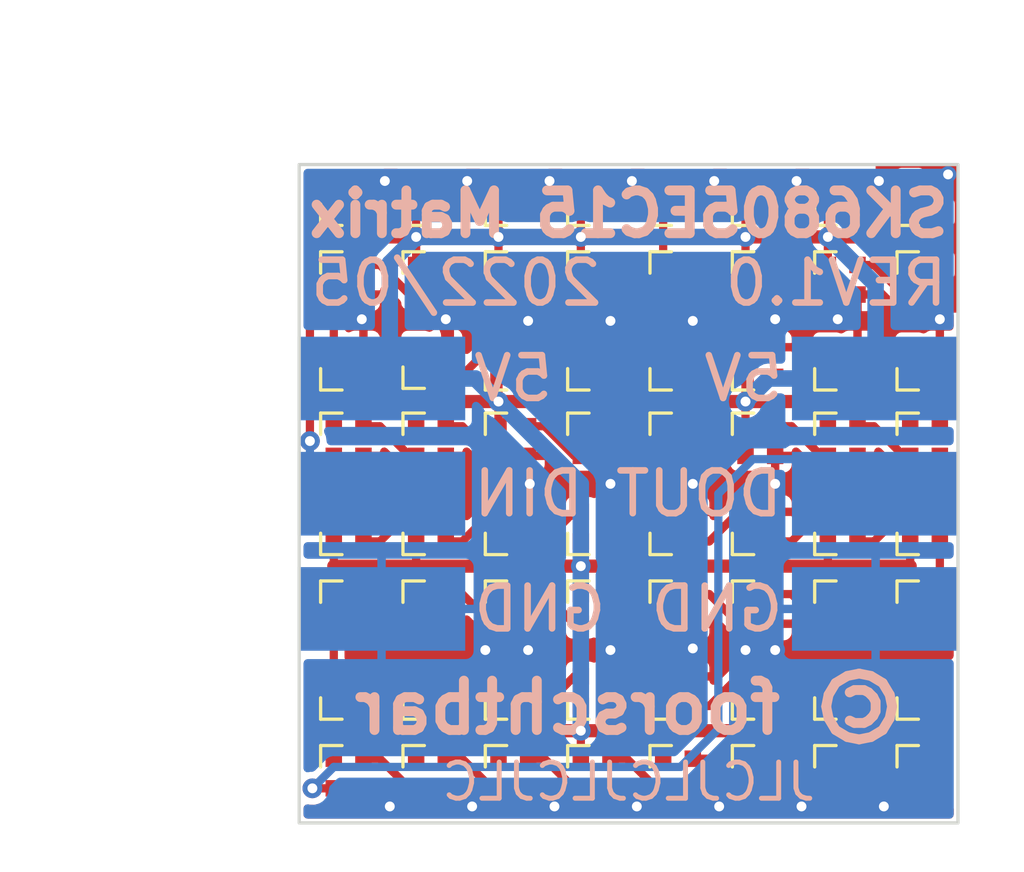
<source format=kicad_pcb>
(kicad_pcb (version 20211014) (generator pcbnew)
  (layers (0 "F.Cu" signal) (31 "B.Cu" signal) (34 "B.Paste" user) (35 "F.Paste" user) (36 "B.SilkS" user "B.Silkscreen") (37 "F.SilkS" user "F.Silkscreen") (38 "B.Mask" user) (39 "F.Mask" user) (44 "Edge.Cuts" user))
  (net 0 "")
  (net 1 "Net-(D1-Pad1)")
  (net 2 "GND")
  (net 3 "DIN")
  (net 4 "+5V")
  (net 5 "Net-(D2-Pad1)")
  (net 6 "Net-(D3-Pad1)")
  (net 7 "Net-(D4-Pad1)")
  (net 8 "Net-(D5-Pad1)")
  (net 9 "Net-(D6-Pad1)")
  (net 10 "Net-(D7-Pad1)")
  (net 11 "Net-(D8-Pad1)")
  (net 12 "Net-(D10-Pad3)")
  (net 13 "Net-(D10-Pad1)")
  (net 14 "Net-(D11-Pad1)")
  (net 15 "Net-(D12-Pad1)")
  (net 16 "Net-(D13-Pad1)")
  (net 17 "Net-(D14-Pad1)")
  (net 18 "Net-(D15-Pad1)")
  (net 19 "Net-(D16-Pad1)")
  (net 20 "Net-(D17-Pad1)")
  (net 21 "Net-(D18-Pad1)")
  (net 22 "Net-(D19-Pad1)")
  (net 23 "Net-(D20-Pad1)")
  (net 24 "Net-(D21-Pad1)")
  (net 25 "Net-(D22-Pad1)")
  (net 26 "Net-(D23-Pad1)")
  (net 27 "Net-(D24-Pad1)")
  (net 28 "Net-(D25-Pad1)")
  (net 29 "Net-(D26-Pad1)")
  (net 30 "Net-(D27-Pad1)")
  (net 31 "Net-(D28-Pad1)")
  (net 32 "Net-(D29-Pad1)")
  (net 33 "Net-(D30-Pad1)")
  (net 34 "Net-(D31-Pad1)")
  (net 35 "Net-(D32-Pad1)")
  (net 36 "Net-(D33-Pad1)")
  (net 37 "Net-(D34-Pad1)")
  (net 38 "Net-(D35-Pad1)")
  (net 39 "Net-(D36-Pad1)")
  (net 40 "Net-(D37-Pad1)")
  (net 41 "Net-(D38-Pad1)")
  (net 42 "Net-(D39-Pad1)")
  (net 43 "Net-(D40-Pad1)")
  (net 44 "Net-(D41-Pad1)")
  (net 45 "Net-(D42-Pad1)")
  (net 46 "Net-(D43-Pad1)")
  (net 47 "Net-(D44-Pad1)")
  (net 48 "Net-(D45-Pad1)")
  (net 49 "Net-(D46-Pad1)")
  (net 50 "Net-(D47-Pad1)")
  (net 51 "Net-(D48-Pad1)")
  (net 52 "Net-(D49-Pad1)")
  (net 53 "Net-(D50-Pad1)")
  (net 54 "Net-(D51-Pad1)")
  (net 55 "Net-(D52-Pad1)")
  (net 56 "Net-(D53-Pad1)")
  (net 57 "Net-(D54-Pad1)")
  (net 58 "Net-(D55-Pad1)")
  (net 59 "Net-(D56-Pad1)")
  (net 60 "Net-(D57-Pad1)")
  (net 61 "Net-(D58-Pad1)")
  (net 62 "Net-(D59-Pad1)")
  (net 63 "Net-(D60-Pad1)")
  (net 64 "Net-(D61-Pad1)")
  (net 65 "Net-(D62-Pad1)")
  (net 66 "Net-(D63-Pad1)")
  (net 67 "DOUT")
  (footprint "LED_SMD:LED_SK6812_EC15_1.5x1.5mm" (layer "F.Cu") (at 144 107.5 90)
    (fp_text reference "D59")
    (fp_text value "SK6805")
  )
  (footprint "LED_SMD:LED_SK6812_EC15_1.5x1.5mm" (layer "F.Cu") (at 144 105 180)
    (fp_text reference "D54")
    (fp_text value "SK6805")
  )
  (footprint "LED_SMD:LED_SK6812_EC15_1.5x1.5mm" (layer "F.Cu") (at 134 92.5 90)
    (fp_text reference "D15")
    (fp_text value "SK6805")
  )
  (footprint "" (layer "F.Cu") (at 132.5 99)
    (fp_text reference "")
    (fp_text value "")
  )
  (footprint "LED_SMD:LED_SK6812_EC15_1.5x1.5mm" (layer "F.Cu") (at 136.5 90 180)
    (fp_text reference "D3")
    (fp_text value "SK6805")
  )
  (footprint "LED_SMD:LED_SK6812_EC15_1.5x1.5mm" (layer "F.Cu") (at 134 102.5 90)
    (fp_text reference "D47")
    (fp_text value "SK6805")
  )
  (footprint "LED_SMD:LED_SK6812_EC15_1.5x1.5mm" (layer "F.Cu") (at 146.5 95 180)
    (fp_text reference "D23")
    (fp_text value "SK6805")
  )
  (footprint "" (layer "F.Cu") (at 147.5 95.5)
    (fp_text reference "")
    (fp_text value "")
  )
  (footprint "LED_SMD:LED_SK6812_EC15_1.5x1.5mm" (layer "F.Cu") (at 146.5 97.4 90)
    (fp_text reference "D26")
    (fp_text value "SK6805")
  )
  (footprint "LED_SMD:LED_SK6812_EC15_1.5x1.5mm" (layer "F.Cu") (at 149 105 180)
    (fp_text reference "D56")
    (fp_text value "SK6805")
  )
  (footprint "LED_SMD:LED_SK6812_EC15_1.5x1.5mm" (layer "F.Cu") (at 146.5 105 180)
    (fp_text reference "D55")
    (fp_text value "SK6805")
  )
  (footprint "LED_SMD:LED_SK6812_EC15_1.5x1.5mm" (layer "F.Cu") (at 139 102.5 90)
    (fp_text reference "D45")
    (fp_text value "SK6805")
  )
  (footprint "LED_SMD:LED_SK6812_EC15_1.5x1.5mm" (layer "F.Cu") (at 131.5 97.4 90)
    (fp_text reference "D32")
    (fp_text value "SK6805")
  )
  (footprint "LED_SMD:LED_SK6812_EC15_1.5x1.5mm" (layer "F.Cu") (at 136.5 100 180)
    (fp_text reference "D35")
    (fp_text value "SK6805")
  )
  (footprint "LED_SMD:LED_SK6812_EC15_1.5x1.5mm" (layer "F.Cu") (at 141.5 102.5 90)
    (fp_text reference "D44")
    (fp_text value "SK6805")
  )
  (footprint "LED_SMD:LED_SK6812_EC15_1.5x1.5mm" (layer "F.Cu") (at 131.5 90 180)
    (fp_text reference "D1")
    (fp_text value "SK6805")
  )
  (footprint "LED_SMD:LED_SK6812_EC15_1.5x1.5mm" (layer "F.Cu") (at 139 95 180)
    (fp_text reference "D20")
    (fp_text value "SK6805")
  )
  (footprint "LED_SMD:LED_SK6812_EC15_1.5x1.5mm" (layer "F.Cu") (at 146.5 107.5 90)
    (fp_text reference "D58")
    (fp_text value "SK6805")
  )
  (footprint "LED_SMD:LED_SK6812_EC15_1.5x1.5mm" (layer "F.Cu") (at 134 107.5 90)
    (fp_text reference "D63")
    (fp_text value "SK6805")
  )
  (footprint "easyeda:PADPAD" (layer "F.Cu") (at 132.5 94.23)
    (fp_text reference "" hide)
    (fp_text value "" hide)
  )
  (footprint "LED_SMD:LED_SK6812_EC15_1.5x1.5mm" (layer "F.Cu") (at 149 100 180)
    (fp_text reference "D40")
    (fp_text value "SK6805")
  )
  (footprint "LED_SMD:LED_SK6812_EC15_1.5x1.5mm" (layer "F.Cu") (at 136.5 107.5 90)
    (fp_text reference "D62")
    (fp_text value "SK6805")
  )
  (footprint "LED_SMD:LED_SK6812_EC15_1.5x1.5mm" (layer "F.Cu") (at 131.5 107.5 90)
    (fp_text reference "D64")
    (fp_text value "SK6805")
  )
  (footprint "LED_SMD:LED_SK6812_EC15_1.5x1.5mm" (layer "F.Cu") (at 144 102.5 90)
    (fp_text reference "D43")
    (fp_text value "SK6805")
  )
  (footprint "LED_SMD:LED_SK6812_EC15_1.5x1.5mm" (layer "F.Cu") (at 131.5 105 180)
    (fp_text reference "D49")
    (fp_text value "SK6805")
  )
  (footprint "LED_SMD:LED_SK6812_EC15_1.5x1.5mm" (layer "F.Cu") (at 134 94.95 180)
    (fp_text reference "D18")
    (fp_text value "SK6805")
  )
  (footprint "LED_SMD:LED_SK6812_EC15_1.5x1.5mm" (layer "F.Cu") (at 146.5 100 180)
    (fp_text reference "D39")
    (fp_text value "SK6805")
  )
  (footprint "LED_SMD:LED_SK6812_EC15_1.5x1.5mm" (layer "F.Cu") (at 141.5 100 180)
    (fp_text reference "D37")
    (fp_text value "SK6805")
  )
  (footprint "LED_SMD:LED_SK6812_EC15_1.5x1.5mm" (layer "F.Cu") (at 146.5 102.5 90)
    (fp_text reference "D42")
    (fp_text value "SK6805")
  )
  (footprint "LED_SMD:LED_SK6812_EC15_1.5x1.5mm" (layer "F.Cu") (at 139 107.5 90)
    (fp_text reference "D61")
    (fp_text value "SK6805")
  )
  (footprint "LED_SMD:LED_SK6812_EC15_1.5x1.5mm" (layer "F.Cu") (at 141.5 90 180)
    (fp_text reference "D5")
    (fp_text value "SK6805")
  )
  (footprint "LED_SMD:LED_SK6812_EC15_1.5x1.5mm" (layer "F.Cu") (at 141.5 97.4 90)
    (fp_text reference "D28")
    (fp_text value "SK6805")
  )
  (footprint "LED_SMD:LED_SK6812_EC15_1.5x1.5mm" (layer "F.Cu") (at 144 97.4 90)
    (fp_text reference "D27")
    (fp_text value "SK6805")
  )
  (footprint "LED_SMD:LED_SK6812_EC15_1.5x1.5mm" (layer "F.Cu") (at 136.5 95 180)
    (fp_text reference "D19")
    (fp_text value "SK6805")
  )
  (footprint "LED_SMD:LED_SK6812_EC15_1.5x1.5mm" (layer "F.Cu") (at 149 107.5 90)
    (fp_text reference "D57")
    (fp_text value "SK6805")
  )
  (footprint "LED_SMD:LED_SK6812_EC15_1.5x1.5mm" (layer "F.Cu") (at 136.5 97.4 90)
    (fp_text reference "D30")
    (fp_text value "SK6805")
  )
  (footprint "LED_SMD:LED_SK6812_EC15_1.5x1.5mm" (layer "F.Cu") (at 134 90 180)
    (fp_text reference "D2")
    (fp_text value "SK6805")
  )
  (footprint "LED_SMD:LED_SK6812_EC15_1.5x1.5mm" (layer "F.Cu") (at 131.5 92.5 90)
    (fp_text reference "D16")
    (fp_text value "SK6805")
  )
  (footprint "LED_SMD:LED_SK6812_EC15_1.5x1.5mm" (layer "F.Cu") (at 141.5 105 180)
    (fp_text reference "D53")
    (fp_text value "SK6805")
  )
  (footprint "LED_SMD:LED_SK6812_EC15_1.5x1.5mm" (layer "F.Cu") (at 144 92.5 90)
    (fp_text reference "D11")
    (fp_text value "SK6805")
  )
  (footprint "" (layer "F.Cu") (at 147.5 102.5)
    (fp_text reference "")
    (fp_text value "")
  )
  (footprint "LED_SMD:LED_SK6812_EC15_1.5x1.5mm" (layer "F.Cu") (at 141.5 107.5 90)
    (fp_text reference "D60")
    (fp_text value "SK6805")
  )
  (footprint "LED_SMD:LED_SK6812_EC15_1.5x1.5mm" (layer "F.Cu") (at 134 100 180)
    (fp_text reference "D34")
    (fp_text value "SK6805")
  )
  (footprint "LED_SMD:LED_SK6812_EC15_1.5x1.5mm" (layer "F.Cu") (at 134 97.4 90)
    (fp_text reference "D31")
    (fp_text value "SK6805")
  )
  (footprint "LED_SMD:LED_SK6812_EC15_1.5x1.5mm" (layer "F.Cu") (at 139 97.4 90)
    (fp_text reference "D29")
    (fp_text value "SK6805")
  )
  (footprint "LED_SMD:LED_SK6812_EC15_1.5x1.5mm" (layer "F.Cu") (at 139 100 180)
    (fp_text reference "D36")
    (fp_text value "SK6805")
  )
  (footprint "LED_SMD:LED_SK6812_EC15_1.5x1.5mm" (layer "F.Cu") (at 139 90 180)
    (fp_text reference "D4")
    (fp_text value "SK6805")
  )
  (footprint "LED_SMD:LED_SK6812_EC15_1.5x1.5mm" (layer "F.Cu") (at 141.5 92.5 90)
    (fp_text reference "D12")
    (fp_text value "SK6805")
  )
  (footprint "LED_SMD:LED_SK6812_EC15_1.5x1.5mm" (layer "F.Cu") (at 146.5 90 180)
    (fp_text reference "D7")
    (fp_text value "SK6805")
  )
  (footprint "LED_SMD:LED_SK6812_EC15_1.5x1.5mm" (layer "F.Cu") (at 144 90 180)
    (fp_text reference "D6")
    (fp_text value "SK6805")
  )
  (footprint "LED_SMD:LED_SK6812_EC15_1.5x1.5mm" (layer "F.Cu") (at 141.5 95 180)
    (fp_text reference "D21")
    (fp_text value "SK6805")
  )
  (footprint "LED_SMD:LED_SK6812_EC15_1.5x1.5mm" (layer "F.Cu") (at 136.5 105 180)
    (fp_text reference "D51")
    (fp_text value "SK6805")
  )
  (footprint "" (layer "F.Cu") (at 147.5 99)
    (fp_text reference "")
    (fp_text value "")
  )
  (footprint "LED_SMD:LED_SK6812_EC15_1.5x1.5mm" (layer "F.Cu") (at 136.5 92.5 90)
    (fp_text reference "D14")
    (fp_text value "SK6805")
  )
  (footprint "LED_SMD:LED_SK6812_EC15_1.5x1.5mm" (layer "F.Cu") (at 149 95 180)
    (fp_text reference "D24")
    (fp_text value "SK6805")
  )
  (footprint "LED_SMD:LED_SK6812_EC15_1.5x1.5mm" (layer "F.Cu") (at 139 92.5 90)
    (fp_text reference "D13")
    (fp_text value "SK6805")
  )
  (footprint "LED_SMD:LED_SK6812_EC15_1.5x1.5mm" (layer "F.Cu") (at 149 90 180)
    (fp_text reference "D8")
    (fp_text value "SK6805")
  )
  (footprint "LED_SMD:LED_SK6812_EC15_1.5x1.5mm" (layer "F.Cu") (at 146.5 92.5 90)
    (fp_text reference "D10")
    (fp_text value "SK6805")
  )
  (footprint "LED_SMD:LED_SK6812_EC15_1.5x1.5mm" (layer "F.Cu") (at 131.5 102.5 90)
    (fp_text reference "D48")
    (fp_text value "SK6805")
  )
  (footprint "LED_SMD:LED_SK6812_EC15_1.5x1.5mm" (layer "F.Cu") (at 149 97.4 90)
    (fp_text reference "D25")
    (fp_text value "SK6805")
  )
  (footprint "LED_SMD:LED_SK6812_EC15_1.5x1.5mm" (layer "F.Cu") (at 131.5 100 180)
    (fp_text reference "D33")
    (fp_text value "SK6805")
  )
  (footprint "LED_SMD:LED_SK6812_EC15_1.5x1.5mm" (layer "F.Cu") (at 134 105 180)
    (fp_text reference "D50")
    (fp_text value "SK6805")
  )
  (footprint "LED_SMD:LED_SK6812_EC15_1.5x1.5mm" (layer "F.Cu") (at 149 92.5 90)
    (fp_text reference "D9")
    (fp_text value "SK6805")
  )
  (footprint "LED_SMD:LED_SK6812_EC15_1.5x1.5mm" (layer "F.Cu") (at 131.5 95 180)
    (fp_text reference "D17")
    (fp_text value "SK6805")
  )
  (footprint "LED_SMD:LED_SK6812_EC15_1.5x1.5mm" (layer "F.Cu") (at 144 100 180)
    (fp_text reference "D38")
    (fp_text value "SK6805")
  )
  (footprint "LED_SMD:LED_SK6812_EC15_1.5x1.5mm" (layer "F.Cu") (at 136.5 102.5 90)
    (fp_text reference "D46")
    (fp_text value "SK6805")
  )
  (footprint "" (layer "F.Cu") (at 132.5 102.5)
    (fp_text reference "")
    (fp_text value "")
  )
  (footprint "LED_SMD:LED_SK6812_EC15_1.5x1.5mm" (layer "F.Cu") (at 144 95 180)
    (fp_text reference "D22")
    (fp_text value "SK6805")
  )
  (footprint "LED_SMD:LED_SK6812_EC15_1.5x1.5mm" (layer "F.Cu") (at 139 105 180)
    (fp_text reference "D52")
    (fp_text value "SK6805")
  )
  (footprint "LED_SMD:LED_SK6812_EC15_1.5x1.5mm" (layer "F.Cu") (at 149 102.5 90)
    (fp_text reference "D41")
    (fp_text value "SK6805")
  )
  (gr_rect locked (start 130 89) (end 150 109) (layer "Edge.Cuts") (width 0.1) (fill none))
  (gr_text "5V" (at 143.488095 95.5) (layer "B.SilkS") (effects (font (size 1.3 1.3) (thickness 0.2)) (justify mirror)))
  (gr_text "REV1.0" (at 149.775 92.6) (layer "B.SilkS") (effects (font (size 1.3 1.3) (thickness 0.2)) (justify left mirror)))
  (gr_text "5V" (at 136.5 95.5) (layer "B.SilkS") (effects (font (size 1.3 1.3) (thickness 0.2)) (justify mirror)))
  (gr_text "© foorschtbar" (at 140 105.5) (layer "B.SilkS") (effects (font (size 1.5 1.5) (thickness 0.3)) (justify mirror)))
  (gr_text "JLCJLCJLCJLC" (at 140 107.75) (layer "B.SilkS") (effects (font (size 1.1 1.1)) (justify mirror)))
  (gr_text "DIN" (at 136.964286 99) (layer "B.SilkS") (effects (font (size 1.3 1.3) (thickness 0.2)) (justify mirror)))
  (gr_text "DOUT" (at 139.5 99) (layer "B.SilkS") (effects (font (size 1.3 1.3) (thickness 0.2)) (justify right mirror)))
  (gr_text "GND" (at 137.304762 102.5) (layer "B.SilkS") (effects (font (size 1.3 1.3) (thickness 0.2)) (justify mirror)))
  (gr_text "GND" (at 142.683333 102.5) (layer "B.SilkS") (effects (font (size 1.3 1.3) (thickness 0.2)) (justify mirror)))
  (gr_text "SK6805EC15 Matrix" (at 140 90.5) (layer "B.SilkS") (effects (font (size 1.3 1.3) (thickness 0.3)) (justify mirror)))
  (gr_text "2022/05" (at 130.242857 92.6) (layer "B.SilkS") (effects (font (size 1.3 1.3) (thickness 0.2)) (justify right mirror)))
  (segment (start 133.433193 89.55) (end 133.55 89.55) (width 0.25) (layer "F.Cu") (net 1))
  (segment (start 132.533193 90.45) (end 133.433193 89.55) (width 0.25) (layer "F.Cu") (net 1))
  (segment (start 131.95 90.45) (end 132.533193 90.45) (width 0.25) (layer "F.Cu") (net 1))
  (segment (start 147.6 89.5) (end 147.6 89.4) (width 0.25) (layer "F.Cu") (net 2))
  (via (at 134.45 93.7) (size 0.6) (drill 0.3) (layers "F.Cu" "B.Cu") (net 2))
  (via (at 142.75 108.5) (size 0.6) (drill 0.3) (layers "F.Cu" "B.Cu") (net 2))
  (via (at 139.45 93.75) (size 0.6) (drill 0.3) (layers "F.Cu" "B.Cu") (net 2))
  (via (at 147.6 89.5) (size 0.6) (drill 0.3) (layers "F.Cu" "B.Cu") (net 2))
  (via (at 132.75 108.5) (size 0.6) (drill 0.3) (layers "F.Cu" "B.Cu") (net 2))
  (via (at 141.95 98.7) (size 0.6) (drill 0.3) (layers "F.Cu" "B.Cu") (net 2))
  (via (at 145.1 89.5) (size 0.6) (drill 0.3) (layers "F.Cu" "B.Cu") (net 2))
  (via (at 145.25 108.5) (size 0.6) (drill 0.3) (layers "F.Cu" "B.Cu") (net 2))
  (via (at 144.45 93.7) (size 0.6) (drill 0.3) (layers "F.Cu" "B.Cu") (net 2))
  (via (at 147.75 108.5) (size 0.6) (drill 0.3) (layers "F.Cu" "B.Cu") (net 2))
  (via (at 135.25 108.5) (size 0.6) (drill 0.3) (layers "F.Cu" "B.Cu") (net 2))
  (via (at 144.45 98.7) (size 0.6) (drill 0.3) (layers "F.Cu" "B.Cu") (net 2))
  (via (at 143.55 103.75) (size 0.6) (drill 0.3) (layers "F.Cu" "B.Cu") (net 2))
  (via (at 137.6 89.5) (size 0.6) (drill 0.3) (layers "F.Cu" "B.Cu") (net 2))
  (via (at 139.45 103.75) (size 0.6) (drill 0.3) (layers "F.Cu" "B.Cu") (net 2))
  (via (at 149.7 89.3) (size 0.5) (drill 0.3) (layers "F.Cu" "B.Cu") (net 2))
  (via (at 137 98.7) (size 0.6) (drill 0.3) (layers "F.Cu" "B.Cu") (net 2))
  (via (at 149.45 93.7) (size 0.6) (drill 0.3) (layers "F.Cu" "B.Cu") (net 2))
  (via (at 146.35 93.7) (size 0.6) (drill 0.3) (layers "F.Cu" "B.Cu") (net 2))
  (via (at 136.95 93.75) (size 0.6) (drill 0.3) (layers "F.Cu" "B.Cu") (net 2))
  (via (at 140.1 89.5) (size 0.6) (drill 0.3) (layers "F.Cu" "B.Cu") (net 2))
  (via (at 131.9 93.7) (size 0.6) (drill 0.3) (layers "F.Cu" "B.Cu") (net 2))
  (via (at 132.6 89.5) (size 0.6) (drill 0.3) (layers "F.Cu" "B.Cu") (net 2))
  (via (at 139.45 98.7) (size 0.6) (drill 0.3) (layers "F.Cu" "B.Cu") (net 2))
  (via (at 137.75 108.5) (size 0.6) (drill 0.3) (layers "F.Cu" "B.Cu") (net 2))
  (via (at 135.1 89.5) (size 0.6) (drill 0.3) (layers "F.Cu" "B.Cu") (net 2))
  (via (at 140.25 108.5) (size 0.6) (drill 0.3) (layers "F.Cu" "B.Cu") (net 2))
  (via (at 141.95 103.7) (size 0.6) (drill 0.3) (layers "F.Cu" "B.Cu") (net 2))
  (via (at 144.45 103.75) (size 0.6) (drill 0.3) (layers "F.Cu" "B.Cu") (net 2))
  (via (at 136.95 103.75) (size 0.6) (drill 0.3) (layers "F.Cu" "B.Cu") (net 2))
  (via (at 141.95 93.75) (size 0.6) (drill 0.3) (layers "F.Cu" "B.Cu") (net 2))
  (via (at 135.65 103.75) (size 0.6) (drill 0.3) (layers "F.Cu" "B.Cu") (net 2))
  (via (at 142.6 89.5) (size 0.6) (drill 0.3) (layers "F.Cu" "B.Cu") (net 2))
  (segment (start 130.325 90.025978) (end 130.800978 89.55) (width 0.25) (layer "F.Cu") (net 3))
  (segment (start 130.800978 89.55) (end 131.05 89.55) (width 0.25) (layer "F.Cu") (net 3))
  (segment (start 130.325 97.4) (end 130.325 90.025978) (width 0.25) (layer "F.Cu") (net 3))
  (via (at 130.325 97.4) (size 0.6) (drill 0.3) (layers "F.Cu" "B.Cu") (net 3))
  (segment (start 131.125 99) (end 130.325 98.2) (width 0.25) (layer "B.Cu") (net 3))
  (segment (start 132.5 99) (end 130.95 99) (width 0.25) (layer "B.Cu") (net 3))
  (segment (start 130.325 98.2) (end 130.325 97.4) (width 0.25) (layer "B.Cu") (net 3))
  (segment (start 130.95 99) (end 130.35 98.4) (width 0.25) (layer "B.Cu") (net 3))
  (segment (start 132.5 99) (end 131.125 99) (width 0.25) (layer "B.Cu") (net 3))
  (segment (start 148.55 101.2) (end 148.55 102.05) (width 0.25) (layer "F.Cu") (net 4))
  (segment (start 131.05 101.2) (end 131.05 102.05) (width 0.25) (layer "F.Cu") (net 4))
  (segment (start 136.05 101.2) (end 136.05 102.05) (width 0.25) (layer "F.Cu") (net 4))
  (segment (start 133.55 91.2) (end 133.55 92.05) (width 0.25) (layer "F.Cu") (net 4))
  (segment (start 138.55 96.2) (end 138.55 96.95) (width 0.25) (layer "F.Cu") (net 4))
  (segment (start 133.55 95.4) (end 133.55 96.95) (width 0.25) (layer "F.Cu") (net 4))
  (segment (start 148.55 96.2) (end 131.05 96.2) (width 0.4) (layer "F.Cu") (net 4))
  (segment (start 141.05 95.45) (end 141.05 96.95) (width 0.25) (layer "F.Cu") (net 4))
  (segment (start 131.05 100.45) (end 131.05 101.2) (width 0.25) (layer "F.Cu") (net 4))
  (segment (start 143.55 100.45) (end 143.55 102.05) (width 0.25) (layer "F.Cu") (net 4))
  (segment (start 146.05 105.45) (end 146.05 107.05) (width 0.25) (layer "F.Cu") (net 4))
  (segment (start 138.55 107.05) (end 138.55 105.45) (width 0.25) (layer "F.Cu") (net 4))
  (segment (start 146.05 106.2) (end 148.55 106.2) (width 0.4) (layer "F.Cu") (net 4))
  (segment (start 146.05 90.45) (end 146.05 92.05) (width 0.25) (layer "F.Cu") (net 4))
  (segment (start 146.05 100.45) (end 146.05 102.05) (width 0.25) (layer "F.Cu") (net 4))
  (segment (start 136.05 95.45) (end 136.05 96.2) (width 0.25) (layer "F.Cu") (net 4))
  (segment (start 136.05 106.2) (end 136.05 107.05) (width 0.25) (layer "F.Cu") (net 4))
  (segment (start 131.05 91.2) (end 131.05 92.05) (width 0.25) (layer "F.Cu") (net 4))
  (segment (start 138.55 90.45) (end 138.55 92.05) (width 0.25) (layer "F.Cu") (net 4))
  (segment (start 141.05 105.45) (end 141.05 106.2) (width 0.25) (layer "F.Cu") (net 4))
  (segment (start 141.05 106.2) (end 141.05 107.05) (width 0.25) (layer "F.Cu") (net 4))
  (segment (start 143.55 91.2) (end 146.05 91.2) (width 0.4) (layer "F.Cu") (net 4))
  (segment (start 131.05 90.45) (end 131.05 91.2) (width 0.25) (layer "F.Cu") (net 4))
  (segment (start 143.55 90.45) (end 143.55 92.05) (width 0.25) (layer "F.Cu") (net 4))
  (segment (start 131.05 96.2) (end 131.05 96.95) (width 0.25) (layer "F.Cu") (net 4))
  (segment (start 131.05 106.2) (end 146.05 106.2) (width 0.4) (layer "F.Cu") (net 4))
  (segment (start 146.05 91.2) (end 148.55 91.2) (width 0.4) (layer "F.Cu") (net 4))
  (segment (start 131.05 105.45) (end 131.05 106.2) (width 0.25) (layer "F.Cu") (net 4))
  (segment (start 133.55 107.05) (end 133.55 105.45) (width 0.25) (layer "F.Cu") (net 4))
  (segment (start 143.55 95.45) (end 143.55 96.2) (width 0.25) (layer "F.Cu") (net 4))
  (segment (start 148.55 91.2) (end 148.55 92.05) (width 0.25) (layer "F.Cu") (net 4))
  (segment (start 148.55 106.2) (end 148.55 105.45) (width 0.25) (layer "F.Cu") (net 4))
  (segment (start 136.05 91.2) (end 136.05 91.25) (width 0.25) (layer "F.Cu") (net 4))
  (segment (start 148.55 95.45) (end 148.55 96.2) (width 0.25) (layer "F.Cu") (net 4))
  (segment (start 148.55 96.2) (end 148.55 96.95) (width 0.25) (layer "F.Cu") (net 4))
  (segment (start 138.55 95.45) (end 138.55 96.2) (width 0.25) (layer "F.Cu") (net 4))
  (segment (start 133.55 90.45) (end 133.55 91.2) (width 0.25) (layer "F.Cu") (net 4))
  (segment (start 133.55 102.05) (end 133.55 100.45) (width 0.25) (layer "F.Cu") (net 4))
  (segment (start 146.05 95.45) (end 146.05 96.95) (width 0.25) (layer "F.Cu") (net 4))
  (segment (start 136.05 100.45) (end 136.05 101.2) (width 0.25) (layer "F.Cu") (net 4))
  (segment (start 136.05 96.2) (end 136.05 96.95) (width 0.25) (layer "F.Cu") (net 4))
  (segment (start 138.55 100.45) (end 138.55 102.05) (width 0.25) (layer "F.Cu") (net 4))
  (segment (start 131.05 95.45) (end 131.05 96.2) (width 0.25) (layer "F.Cu") (net 4))
  (segment (start 148.55 100.45) (end 148.55 101.2) (width 0.25) (layer "F.Cu") (net 4))
  (segment (start 136.05 91.25) (end 136.05 92.05) (width 0.25) (layer "F.Cu") (net 4))
  (segment (start 131.05 101.2) (end 148.55 101.2) (width 0.4) (layer "F.Cu") (net 4))
  (segment (start 131.05 106.2) (end 131.05 107.05) (width 0.25) (layer "F.Cu") (net 4))
  (segment (start 136.05 105.45) (end 136.05 106.2) (width 0.25) (layer "F.Cu") (net 4))
  (segment (start 136.05 90.45) (end 136.05 91.2) (width 0.25) (layer "F.Cu") (net 4))
  (segment (start 148.55 107.05) (end 148.55 106.2) (width 0.25) (layer "F.Cu") (net 4))
  (segment (start 148.55 90.45) (end 148.55 91.2) (width 0.25) (layer "F.Cu") (net 4))
  (segment (start 131.05 91.2) (end 143.55 91.2) (width 0.4) (layer "F.Cu") (net 4))
  (segment (start 143.55 105.45) (end 143.55 107.05) (width 0.25) (layer "F.Cu") (net 4))
  (segment (start 143.55 96.2) (end 143.55 96.95) (width 0.25) (layer "F.Cu") (net 4))
  (segment (start 141.05 100.45) (end 141.05 102.05) (width 0.25) (layer "F.Cu") (net 4))
  (segment (start 141.05 90.45) (end 141.05 92.05) (width 0.25) (layer "F.Cu") (net 4))
  (via (at 136.05 96.2) (size 0.6) (drill 0.3) (layers "F.Cu" "B.Cu") (net 4))
  (via (at 133.55 91.2) (size 0.6) (drill 0.3) (layers "F.Cu" "B.Cu") (net 4))
  (via (at 143.55 91.2) (size 0.6) (drill 0.3) (layers "F.Cu" "B.Cu") (net 4))
  (via (at 143.55 96.2) (size 0.6) (drill 0.3) (layers "F.Cu" "B.Cu") (net 4))
  (via (at 136.05 91.2) (size 0.6) (drill 0.3) (layers "F.Cu" "B.Cu") (net 4))
  (via (at 138.55 101.2) (size 0.6) (drill 0.3) (layers "F.Cu" "B.Cu") (net 4))
  (via (at 138.55 106.2) (size 0.6) (drill 0.3) (layers "F.Cu" "B.Cu") (net 4))
  (via (at 138.55 91.2) (size 0.6) (drill 0.3) (layers "F.Cu" "B.Cu") (net 4))
  (via (at 146.05 91.2) (size 0.6) (drill 0.3) (layers "F.Cu" "B.Cu") (net 4))
  (segment (start 132.5 95.5) (end 135.35 95.5) (width 0.5) (layer "B.Cu") (net 4))
  (segment (start 133.55 91.2) (end 138.55 91.2) (width 0.5) (layer "B.Cu") (net 4))
  (segment (start 138.55 101.2) (end 138.55 106.2) (width 0.5) (layer "B.Cu") (net 4))
  (segment (start 135.35 95.5) (end 136.05 96.2) (width 0.5) (layer "B.Cu") (net 4))
  (segment (start 132.75 92) (end 132.75 95.25) (width 0.5) (layer "B.Cu") (net 4))
  (segment (start 144.25 95.5) (end 143.55 96.2) (width 0.5) (layer "B.Cu") (net 4))
  (segment (start 147.5 95.5) (end 147.5 92.65) (width 0.5) (layer "B.Cu") (net 4))
  (segment (start 138.55 98.7) (end 138.55 101.2) (width 0.5) (layer "B.Cu") (net 4))
  (segment (start 136.05 96.2) (end 138.55 98.7) (width 0.5) (layer "B.Cu") (net 4))
  (segment (start 132.75 95.25) (end 132.5 95.5) (width 0.25) (layer "B.Cu") (net 4))
  (segment (start 147.5 92.65) (end 146.05 91.2) (width 0.5) (layer "B.Cu") (net 4))
  (segment (start 133.55 91.2) (end 132.75 92) (width 0.5) (layer "B.Cu") (net 4))
  (segment (start 138.55 91.2) (end 143.55 91.2) (width 0.5) (layer "B.Cu") (net 4))
  (segment (start 147.5 95.5) (end 144.25 95.5) (width 0.5) (layer "B.Cu") (net 4))
  (segment (start 135.933193 89.55) (end 136.05 89.55) (width 0.25) (layer "F.Cu") (net 5))
  (segment (start 134.45 90.45) (end 135.033193 90.45) (width 0.25) (layer "F.Cu") (net 5))
  (segment (start 135.033193 90.45) (end 135.933193 89.55) (width 0.25) (layer "F.Cu") (net 5))
  (segment (start 137.533193 90.45) (end 138.433193 89.55) (width 0.25) (layer "F.Cu") (net 6))
  (segment (start 136.95 90.45) (end 137.533193 90.45) (width 0.25) (layer "F.Cu") (net 6))
  (segment (start 138.433193 89.55) (end 138.55 89.55) (width 0.25) (layer "F.Cu") (net 6))
  (segment (start 140.033193 90.45) (end 140.933193 89.55) (width 0.25) (layer "F.Cu") (net 7))
  (segment (start 139.45 90.45) (end 140.033193 90.45) (width 0.25) (layer "F.Cu") (net 7))
  (segment (start 140.933193 89.55) (end 141.05 89.55) (width 0.25) (layer "F.Cu") (net 7))
  (segment (start 143.433193 89.55) (end 143.55 89.55) (width 0.25) (layer "F.Cu") (net 8))
  (segment (start 141.95 90.45) (end 142.533193 90.45) (width 0.25) (layer "F.Cu") (net 8))
  (segment (start 142.533193 90.45) (end 143.433193 89.55) (width 0.25) (layer "F.Cu") (net 8))
  (segment (start 145.033193 90.45) (end 145.933193 89.55) (width 0.25) (layer "F.Cu") (net 9))
  (segment (start 144.45 90.45) (end 145.033193 90.45) (width 0.25) (layer "F.Cu") (net 9))
  (segment (start 145.933193 89.55) (end 146.05 89.55) (width 0.25) (layer "F.Cu") (net 9))
  (segment (start 147.533193 90.45) (end 148.433193 89.55) (width 0.25) (layer "F.Cu") (net 10))
  (segment (start 148.433193 89.55) (end 148.55 89.55) (width 0.25) (layer "F.Cu") (net 10))
  (segment (start 146.95 90.45) (end 147.533193 90.45) (width 0.25) (layer "F.Cu") (net 10))
  (segment (start 149.45 90.45) (end 149.45 92.05) (width 0.25) (layer "F.Cu") (net 11))
  (segment (start 147.45 92.05) (end 148.35 92.95) (width 0.25) (layer "F.Cu") (net 12))
  (segment (start 148.35 92.95) (end 148.55 92.95) (width 0.25) (layer "F.Cu") (net 12))
  (segment (start 146.95 92.05) (end 147.45 92.05) (width 0.25) (layer "F.Cu") (net 12))
  (segment (start 145.85 92.95) (end 146.05 92.95) (width 0.25) (layer "F.Cu") (net 13))
  (segment (start 144.45 92.05) (end 144.95 92.05) (width 0.25) (layer "F.Cu") (net 13))
  (segment (start 144.95 92.05) (end 145.85 92.95) (width 0.25) (layer "F.Cu") (net 13))
  (segment (start 141.95 92.05) (end 142.45 92.05) (width 0.25) (layer "F.Cu") (net 14))
  (segment (start 142.45 92.05) (end 143.35 92.95) (width 0.25) (layer "F.Cu") (net 14))
  (segment (start 143.35 92.95) (end 143.55 92.95) (width 0.25) (layer "F.Cu") (net 14))
  (segment (start 139.95 92.05) (end 140.85 92.95) (width 0.25) (layer "F.Cu") (net 15))
  (segment (start 140.85 92.95) (end 141.05 92.95) (width 0.25) (layer "F.Cu") (net 15))
  (segment (start 139.45 92.05) (end 139.95 92.05) (width 0.25) (layer "F.Cu") (net 15))
  (segment (start 136.95 92.05) (end 137.45 92.05) (width 0.25) (layer "F.Cu") (net 16))
  (segment (start 137.45 92.05) (end 138.35 92.95) (width 0.25) (layer "F.Cu") (net 16))
  (segment (start 138.35 92.95) (end 138.55 92.95) (width 0.25) (layer "F.Cu") (net 16))
  (segment (start 135.85 92.95) (end 136.05 92.95) (width 0.25) (layer "F.Cu") (net 17))
  (segment (start 134.45 92.05) (end 134.95 92.05) (width 0.25) (layer "F.Cu") (net 17))
  (segment (start 134.95 92.05) (end 135.85 92.95) (width 0.25) (layer "F.Cu") (net 17))
  (segment (start 132.45 92.05) (end 133.35 92.95) (width 0.25) (layer "F.Cu") (net 18))
  (segment (start 133.35 92.95) (end 133.55 92.95) (width 0.25) (layer "F.Cu") (net 18))
  (segment (start 131.95 92.05) (end 132.45 92.05) (width 0.25) (layer "F.Cu") (net 18))
  (segment (start 131.05 92.95) (end 131.05 94.55) (width 0.25) (layer "F.Cu") (net 19))
  (segment (start 132.45 95.45) (end 133.4 94.5) (width 0.25) (layer "F.Cu") (net 20))
  (segment (start 133.4 94.5) (end 133.55 94.5) (width 0.25) (layer "F.Cu") (net 20))
  (segment (start 131.95 95.45) (end 132.45 95.45) (width 0.25) (layer "F.Cu") (net 20))
  (segment (start 134.95 95.4) (end 135.8 94.55) (width 0.25) (layer "F.Cu") (net 21))
  (segment (start 135.8 94.55) (end 136.05 94.55) (width 0.25) (layer "F.Cu") (net 21))
  (segment (start 134.45 95.4) (end 134.95 95.4) (width 0.25) (layer "F.Cu") (net 21))
  (segment (start 136.95 95.45) (end 137.45 95.45) (width 0.25) (layer "F.Cu") (net 22))
  (segment (start 137.45 95.45) (end 138.35 94.55) (width 0.25) (layer "F.Cu") (net 22))
  (segment (start 138.35 94.55) (end 138.55 94.55) (width 0.25) (layer "F.Cu") (net 22))
  (segment (start 139.95 95.45) (end 140.85 94.55) (width 0.25) (layer "F.Cu") (net 23))
  (segment (start 139.45 95.45) (end 139.95 95.45) (width 0.25) (layer "F.Cu") (net 23))
  (segment (start 140.85 94.55) (end 141.05 94.55) (width 0.25) (layer "F.Cu") (net 23))
  (segment (start 141.95 95.45) (end 142.45 95.45) (width 0.25) (layer "F.Cu") (net 24))
  (segment (start 143.35 94.55) (end 143.55 94.55) (width 0.25) (layer "F.Cu") (net 24))
  (segment (start 142.45 95.45) (end 143.35 94.55) (width 0.25) (layer "F.Cu") (net 24))
  (segment (start 145.85 94.55) (end 146.05 94.55) (width 0.25) (layer "F.Cu") (net 25))
  (segment (start 144.95 95.45) (end 145.85 94.55) (width 0.25) (layer "F.Cu") (net 25))
  (segment (start 144.45 95.45) (end 144.95 95.45) (width 0.25) (layer "F.Cu") (net 25))
  (segment (start 146.95 95.45) (end 147.45 95.45) (width 0.25) (layer "F.Cu") (net 26))
  (segment (start 147.45 95.45) (end 148.35 94.55) (width 0.25) (layer "F.Cu") (net 26))
  (segment (start 148.35 94.55) (end 148.55 94.55) (width 0.25) (layer "F.Cu") (net 26))
  (segment (start 149.45 95.45) (end 149.45 96.95) (width 0.25) (layer "F.Cu") (net 27))
  (segment (start 147.45 96.95) (end 148.35 97.85) (width 0.25) (layer "F.Cu") (net 28))
  (segment (start 148.35 97.85) (end 148.55 97.85) (width 0.25) (layer "F.Cu") (net 28))
  (segment (start 146.95 96.95) (end 147.45 96.95) (width 0.25) (layer "F.Cu") (net 28))
  (segment (start 144.45 96.95) (end 144.95 96.95) (width 0.25) (layer "F.Cu") (net 29))
  (segment (start 144.95 96.95) (end 145.85 97.85) (width 0.25) (layer "F.Cu") (net 29))
  (segment (start 145.85 97.85) (end 146.05 97.85) (width 0.25) (layer "F.Cu") (net 29))
  (segment (start 142.45 96.95) (end 143.35 97.85) (width 0.25) (layer "F.Cu") (net 30))
  (segment (start 143.35 97.85) (end 143.55 97.85) (width 0.25) (layer "F.Cu") (net 30))
  (segment (start 141.95 96.95) (end 142.45 96.95) (width 0.25) (layer "F.Cu") (net 30))
  (segment (start 139.5 97) (end 140 97) (width 0.25) (layer "F.Cu") (net 31))
  (segment (start 140.85 97.85) (end 141.05 97.85) (width 0.25) (layer "F.Cu") (net 31))
  (segment (start 140 97) (end 140.85 97.85) (width 0.25) (layer "F.Cu") (net 31))
  (segment (start 138.35 97.85) (end 138.55 97.85) (width 0.25) (layer "F.Cu") (net 32))
  (segment (start 137.45 96.95) (end 138.35 97.85) (width 0.25) (layer "F.Cu") (net 32))
  (segment (start 136.95 96.95) (end 137.45 96.95) (width 0.25) (layer "F.Cu") (net 32))
  (segment (start 135.85 97.85) (end 136.05 97.85) (width 0.25) (layer "F.Cu") (net 33))
  (segment (start 134.95 96.95) (end 135.85 97.85) (width 0.25) (layer "F.Cu") (net 33))
  (segment (start 134.45 96.95) (end 134.95 96.95) (width 0.25) (layer "F.Cu") (net 33))
  (segment (start 133.35 97.85) (end 133.55 97.85) (width 0.25) (layer "F.Cu") (net 34))
  (segment (start 132.45 96.95) (end 133.35 97.85) (width 0.25) (layer "F.Cu") (net 34))
  (segment (start 131.95 96.95) (end 132.45 96.95) (width 0.25) (layer "F.Cu") (net 34))
  (segment (start 131.05 97.85) (end 131.05 99.55) (width 0.25) (layer "F.Cu") (net 35))
  (segment (start 133.35 99.55) (end 133.55 99.55) (width 0.25) (layer "F.Cu") (net 36))
  (segment (start 132.45 100.45) (end 133.35 99.55) (width 0.25) (layer "F.Cu") (net 36))
  (segment (start 131.95 100.45) (end 132.45 100.45) (width 0.25) (layer "F.Cu") (net 36))
  (segment (start 134.45 100.45) (end 134.95 100.45) (width 0.25) (layer "F.Cu") (net 37))
  (segment (start 134.95 100.45) (end 135.85 99.55) (width 0.25) (layer "F.Cu") (net 37))
  (segment (start 135.85 99.55) (end 136.05 99.55) (width 0.25) (layer "F.Cu") (net 37))
  (segment (start 136.95 100.45) (end 137.45 100.45) (width 0.25) (layer "F.Cu") (net 38))
  (segment (start 138.35 99.55) (end 138.55 99.55) (width 0.25) (layer "F.Cu") (net 38))
  (segment (start 137.45 100.45) (end 138.35 99.55) (width 0.25) (layer "F.Cu") (net 38))
  (segment (start 140.85 99.55) (end 141.05 99.55) (width 0.25) (layer "F.Cu") (net 39))
  (segment (start 139.45 100.45) (end 139.95 100.45) (width 0.25) (layer "F.Cu") (net 39))
  (segment (start 139.95 100.45) (end 140.85 99.55) (width 0.25) (layer "F.Cu") (net 39))
  (segment (start 141.95 100.45) (end 142.45 100.45) (width 0.25) (layer "F.Cu") (net 40))
  (segment (start 143.35 99.55) (end 143.55 99.55) (width 0.25) (layer "F.Cu") (net 40))
  (segment (start 142.45 100.45) (end 143.35 99.55) (width 0.25) (layer "F.Cu") (net 40))
  (segment (start 144.95 100.45) (end 145.85 99.55) (width 0.25) (layer "F.Cu") (net 41))
  (segment (start 145.85 99.55) (end 146.05 99.55) (width 0.25) (layer "F.Cu") (net 41))
  (segment (start 144.45 100.45) (end 144.95 100.45) (width 0.25) (layer "F.Cu") (net 41))
  (segment (start 146.95 100.45) (end 147.45 100.45) (width 0.25) (layer "F.Cu") (net 42))
  (segment (start 148.35 99.55) (end 148.55 99.55) (width 0.25) (layer "F.Cu") (net 42))
  (segment (start 147.45 100.45) (end 148.35 99.55) (width 0.25) (layer "F.Cu") (net 42))
  (segment (start 149.45 100.45) (end 149.45 102.05) (width 0.25) (layer "F.Cu") (net 43))
  (segment (start 148.35 102.95) (end 148.55 102.95) (width 0.25) (layer "F.Cu") (net 44))
  (segment (start 146.95 102.05) (end 147.45 102.05) (width 0.25) (layer "F.Cu") (net 44))
  (segment (start 147.45 102.05) (end 148.35 102.95) (width 0.25) (layer "F.Cu") (net 44))
  (segment (start 144.45 102.05) (end 144.95 102.05) (width 0.25) (layer "F.Cu") (net 45))
  (segment (start 144.95 102.05) (end 145.85 102.95) (width 0.25) (layer "F.Cu") (net 45))
  (segment (start 145.85 102.95) (end 146.05 102.95) (width 0.25) (layer "F.Cu") (net 45))
  (segment (start 142.45 102.05) (end 143.35 102.95) (width 0.25) (layer "F.Cu") (net 46))
  (segment (start 141.95 102.05) (end 142.45 102.05) (width 0.25) (layer "F.Cu") (net 46))
  (segment (start 143.35 102.95) (end 143.55 102.95) (width 0.25) (layer "F.Cu") (net 46))
  (segment (start 140.85 102.95) (end 141.05 102.95) (width 0.25) (layer "F.Cu") (net 47))
  (segment (start 139.45 102.05) (end 139.95 102.05) (width 0.25) (layer "F.Cu") (net 47))
  (segment (start 139.95 102.05) (end 140.85 102.95) (width 0.25) (layer "F.Cu") (net 47))
  (segment (start 137.45 102.05) (end 138.35 102.95) (width 0.25) (layer "F.Cu") (net 48))
  (segment (start 138.35 102.95) (end 138.55 102.95) (width 0.25) (layer "F.Cu") (net 48))
  (segment (start 136.95 102.05) (end 137.45 102.05) (width 0.25) (layer "F.Cu") (net 48))
  (segment (start 135.85 102.95) (end 136.05 102.95) (width 0.25) (layer "F.Cu") (net 49))
  (segment (start 134.45 102.05) (end 134.95 102.05) (width 0.25) (layer "F.Cu") (net 49))
  (segment (start 134.95 102.05) (end 135.85 102.95) (width 0.25) (layer "F.Cu") (net 49))
  (segment (start 133.35 102.95) (end 133.55 102.95) (width 0.25) (layer "F.Cu") (net 50))
  (segment (start 132.45 102.05) (end 133.35 102.95) (width 0.25) (layer "F.Cu") (net 50))
  (segment (start 131.95 102.05) (end 132.45 102.05) (width 0.25) (layer "F.Cu") (net 50))
  (segment (start 131.05 102.95) (end 131.05 104.55) (width 0.25) (layer "F.Cu") (net 51))
  (segment (start 132.45 105.45) (end 133.35 104.55) (width 0.25) (layer "F.Cu") (net 52))
  (segment (start 133.35 104.55) (end 133.55 104.55) (width 0.25) (layer "F.Cu") (net 52))
  (segment (start 131.95 105.45) (end 132.45 105.45) (width 0.25) (layer "F.Cu") (net 52))
  (segment (start 134.45 105.45) (end 134.95 105.45) (width 0.25) (layer "F.Cu") (net 53))
  (segment (start 134.95 105.45) (end 135.85 104.55) (width 0.25) (layer "F.Cu") (net 53))
  (segment (start 135.85 104.55) (end 136.05 104.55) (width 0.25) (layer "F.Cu") (net 53))
  (segment (start 136.95 105.45) (end 137.45 105.45) (width 0.25) (layer "F.Cu") (net 54))
  (segment (start 138.35 104.55) (end 138.55 104.55) (width 0.25) (layer "F.Cu") (net 54))
  (segment (start 137.45 105.45) (end 138.35 104.55) (width 0.25) (layer "F.Cu") (net 54))
  (segment (start 139.45 105.45) (end 139.95 105.45) (width 0.25) (layer "F.Cu") (net 55))
  (segment (start 139.95 105.45) (end 140.85 104.55) (width 0.25) (layer "F.Cu") (net 55))
  (segment (start 140.85 104.55) (end 141.05 104.55) (width 0.25) (layer "F.Cu") (net 55))
  (segment (start 143.35 104.55) (end 143.55 104.55) (width 0.25) (layer "F.Cu") (net 56))
  (segment (start 142.45 105.45) (end 143.35 104.55) (width 0.25) (layer "F.Cu") (net 56))
  (segment (start 141.95 105.45) (end 142.45 105.45) (width 0.25) (layer "F.Cu") (net 56))
  (segment (start 144.95 105.45) (end 145.85 104.55) (width 0.25) (layer "F.Cu") (net 57))
  (segment (start 145.9 104.5) (end 146 104.5) (width 0.25) (layer "F.Cu") (net 57))
  (segment (start 144.45 105.45) (end 144.95 105.45) (width 0.25) (layer "F.Cu") (net 57))
  (segment (start 145.85 104.55) (end 146.05 104.55) (width 0.25) (layer "F.Cu") (net 57))
  (segment (start 147.45 105.45) (end 148.35 104.55) (width 0.25) (layer "F.Cu") (net 58))
  (segment (start 146.95 105.45) (end 147.45 105.45) (width 0.25) (layer "F.Cu") (net 58))
  (segment (start 148.35 104.55) (end 148.55 104.55) (width 0.25) (layer "F.Cu") (net 58))
  (segment (start 149.45 105.45) (end 149.45 107.05) (width 0.25) (layer "F.Cu") (net 59))
  (segment (start 147.45 107.05) (end 148.35 107.95) (width 0.25) (layer "F.Cu") (net 60))
  (segment (start 148.35 107.95) (end 148.55 107.95) (width 0.25) (layer "F.Cu") (net 60))
  (segment (start 146.95 107.05) (end 147.45 107.05) (width 0.25) (layer "F.Cu") (net 60))
  (segment (start 144.45 107.05) (end 144.95 107.05) (width 0.25) (layer "F.Cu") (net 61))
  (segment (start 144.95 107.05) (end 145.85 107.95) (width 0.25) (layer "F.Cu") (net 61))
  (segment (start 145.85 107.95) (end 146.05 107.95) (width 0.25) (layer "F.Cu") (net 61))
  (segment (start 143.35 107.95) (end 143.55 107.95) (width 0.25) (layer "F.Cu") (net 62))
  (segment (start 142.45 107.05) (end 143.35 107.95) (width 0.25) (layer "F.Cu") (net 62))
  (segment (start 141.95 107.05) (end 142.45 107.05) (width 0.25) (layer "F.Cu") (net 62))
  (segment (start 140.85 107.95) (end 141.05 107.95) (width 0.25) (layer "F.Cu") (net 63))
  (segment (start 139.95 107.05) (end 140.85 107.95) (width 0.25) (layer "F.Cu") (net 63))
  (segment (start 139.45 107.05) (end 139.95 107.05) (width 0.25) (layer "F.Cu") (net 63))
  (segment (start 137.45 107.05) (end 138.35 107.95) (width 0.25) (layer "F.Cu") (net 64))
  (segment (start 138.35 107.95) (end 138.55 107.95) (width 0.25) (layer "F.Cu") (net 64))
  (segment (start 136.95 107.05) (end 137.45 107.05) (width 0.25) (layer "F.Cu") (net 64))
  (segment (start 134.95 107.05) (end 135.85 107.95) (width 0.25) (layer "F.Cu") (net 65))
  (segment (start 135.85 107.95) (end 136.05 107.95) (width 0.25) (layer "F.Cu") (net 65))
  (segment (start 134.45 107.05) (end 134.95 107.05) (width 0.25) (layer "F.Cu") (net 65))
  (segment (start 133.35 107.95) (end 133.55 107.95) (width 0.25) (layer "F.Cu") (net 66))
  (segment (start 132.45 107.05) (end 133.35 107.95) (width 0.25) (layer "F.Cu") (net 66))
  (segment (start 131.95 107.05) (end 132.45 107.05) (width 0.25) (layer "F.Cu") (net 66))
  (segment (start 130.4 107.95) (end 131.05 107.95) (width 0.25) (layer "F.Cu") (net 67))
  (via (at 130.4 107.95) (size 0.6) (drill 0.3) (layers "F.Cu" "B.Cu") (net 67))
  (segment (start 143.775 97.95) (end 142.725 99) (width 0.25) (layer "B.Cu") (net 67))
  (segment (start 131.05 107.3) (end 130.4 107.95) (width 0.25) (layer "B.Cu") (net 67))
  (segment (start 142.725 99) (end 142.725 106.15) (width 0.25) (layer "B.Cu") (net 67))
  (segment (start 141.575 107.3) (end 131.05 107.3) (width 0.25) (layer "B.Cu") (net 67))
  (segment (start 146.45 97.95) (end 147.5 99) (width 0.25) (layer "B.Cu") (net 67))
  (segment (start 142.725 106.15) (end 141.575 107.3) (width 0.25) (layer "B.Cu") (net 67))
  (segment (start 143.775 97.95) (end 146.45 97.95) (width 0.25) (layer "B.Cu") (net 67))
  (zone locked (net 2) (net_name "GND") (layers F&B.Cu) (connect_pads (clearance 0.128)) (min_thickness 0.254) (fill yes (thermal_gap 0.254) (thermal_bridge_width 0.254))
    (polygon (pts (xy 150.5 109.5) (xy 129.5 109.5) (xy 129.5 88.5) (xy 150.5 88.5)))
  )
  (zone (net 2) (net_name "GND") (layer "F.Cu") (connect_pads yes (clearance 0)) (min_thickness 0.0254) (fill yes (thermal_gap 0.0254) (thermal_bridge_width 0.0254))
    (polygon (pts (xy 150.5 89.5) (xy 147.5 89.5) (xy 147.5 88.5) (xy 150.5 88.5)))
  )
  (zone (net 2) (net_name "GND") (layer "F.Cu") (connect_pads yes (clearance 0)) (min_thickness 0.0254) (fill yes (thermal_gap 0.0254) (thermal_bridge_width 0.0254))
    (polygon (pts (xy 150.5 93.5) (xy 149.5 93.5) (xy 149.5 88.5) (xy 150.5 88.5)))
  )
  (zone locked (net 2) (net_name "GND") (layer "F.Cu") (connect_pads (clearance 0.508)) (min_thickness 0.254) (fill yes (thermal_gap 0.508) (thermal_bridge_width 0.508))
    (polygon (pts (xy 150.5 109.5) (xy 129.5 109.5) (xy 129.5 88.5) (xy 150.5 88.5)))
  )
)
</source>
